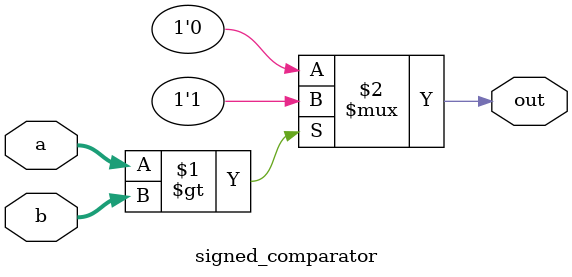
<source format=v>

module signed_comparator
  (
    input wire signed [7:0] a, b,
    output wire             out
  );

  assign out = a > b ? 1'b1 : 1'b0;

endmodule
</source>
